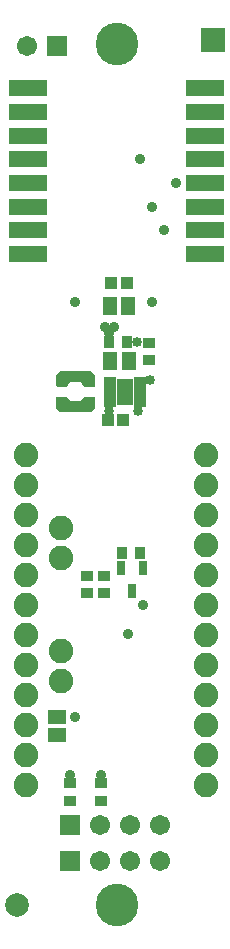
<source format=gts>
G04 Layer_Color=8388736*
%FSLAX24Y24*%
%MOIN*%
G70*
G01*
G75*
%ADD35C,0.0787*%
%ADD36R,0.0415X0.0336*%
%ADD37R,0.0787X0.0787*%
%ADD38R,0.1261X0.0552*%
%ADD39R,0.0474X0.0631*%
%ADD40R,0.0434X0.0415*%
%ADD41R,0.0631X0.0474*%
%ADD42R,0.0880X0.0330*%
%ADD43R,0.0316X0.0513*%
%ADD44R,0.0336X0.0415*%
%ADD45R,0.0395X0.0190*%
%ADD46R,0.0552X0.0867*%
%ADD47C,0.0820*%
%ADD48R,0.0671X0.0671*%
%ADD49C,0.0671*%
%ADD50C,0.1419*%
%ADD51C,0.0237*%
%ADD52C,0.0356*%
%ADD53C,0.0336*%
G36*
X3377Y17917D02*
X3382Y17916D01*
X3387Y17914D01*
X3392Y17912D01*
X3396Y17909D01*
X3400Y17906D01*
X3404Y17902D01*
X3407Y17897D01*
X3409Y17893D01*
X3411Y17888D01*
X3412Y17882D01*
X3412Y17877D01*
Y17527D01*
X3412Y17522D01*
X3411Y17517D01*
X3409Y17512D01*
X3407Y17507D01*
X3404Y17503D01*
X3400Y17499D01*
X3300Y17399D01*
X3296Y17395D01*
X3292Y17393D01*
X3287Y17390D01*
X3282Y17389D01*
X3277Y17388D01*
X3272Y17387D01*
X2272D01*
X2267Y17388D01*
X2261Y17389D01*
X2256Y17390D01*
X2252Y17393D01*
X2247Y17395D01*
X2243Y17399D01*
X2143Y17499D01*
X2140Y17503D01*
X2137Y17507D01*
X2135Y17512D01*
X2133Y17517D01*
X2132Y17522D01*
X2132Y17527D01*
Y17877D01*
X2132Y17882D01*
X2133Y17888D01*
X2135Y17893D01*
X2137Y17897D01*
X2140Y17902D01*
X2143Y17906D01*
X2147Y17909D01*
X2152Y17912D01*
X2156Y17914D01*
X2161Y17916D01*
X2167Y17917D01*
X2172Y17917D01*
X2447D01*
X2449Y17917D01*
X2450Y17917D01*
X2451Y17917D01*
X2452Y17917D01*
X2454Y17917D01*
X2456Y17916D01*
X2456Y17916D01*
X2457Y17916D01*
X2459Y17915D01*
X2461Y17915D01*
X2461Y17915D01*
X2462Y17914D01*
X2464Y17913D01*
X2465Y17913D01*
X2466Y17912D01*
X2467Y17912D01*
X2468Y17911D01*
X2470Y17910D01*
X2471Y17909D01*
X2471Y17909D01*
X2473Y17908D01*
X2474Y17907D01*
X2475Y17906D01*
X2475Y17906D01*
X2476Y17904D01*
X2478Y17903D01*
X2591Y17767D01*
X2953D01*
X3066Y17903D01*
X3067Y17904D01*
X3068Y17906D01*
X3069Y17906D01*
X3070Y17907D01*
X3071Y17908D01*
X3072Y17909D01*
X3073Y17909D01*
X3074Y17910D01*
X3075Y17911D01*
X3077Y17912D01*
X3077Y17912D01*
X3078Y17913D01*
X3080Y17913D01*
X3081Y17914D01*
X3082Y17915D01*
X3083Y17915D01*
X3085Y17915D01*
X3086Y17916D01*
X3087Y17916D01*
X3088Y17916D01*
X3090Y17917D01*
X3092Y17917D01*
X3092Y17917D01*
X3093Y17917D01*
X3095Y17917D01*
X3097Y17917D01*
X3372D01*
X3377Y17917D01*
D02*
G37*
G36*
X3277Y18767D02*
X3282Y18766D01*
X3287Y18764D01*
X3292Y18762D01*
X3296Y18759D01*
X3300Y18756D01*
X3400Y18656D01*
X3404Y18652D01*
X3407Y18647D01*
X3409Y18643D01*
X3411Y18638D01*
X3412Y18632D01*
X3412Y18627D01*
Y18277D01*
X3412Y18272D01*
X3411Y18267D01*
X3409Y18262D01*
X3407Y18257D01*
X3404Y18253D01*
X3400Y18249D01*
X3396Y18245D01*
X3392Y18243D01*
X3387Y18240D01*
X3382Y18239D01*
X3377Y18238D01*
X3372Y18237D01*
X3097D01*
X3095Y18237D01*
X3093Y18237D01*
X3092Y18237D01*
X3092Y18238D01*
X3090Y18238D01*
X3088Y18238D01*
X3087Y18238D01*
X3086Y18239D01*
X3085Y18239D01*
X3083Y18240D01*
X3082Y18240D01*
X3081Y18240D01*
X3080Y18241D01*
X3078Y18242D01*
X3077Y18242D01*
X3077Y18243D01*
X3075Y18244D01*
X3074Y18244D01*
X3073Y18245D01*
X3072Y18245D01*
X3071Y18247D01*
X3070Y18248D01*
X3069Y18248D01*
X3068Y18249D01*
X3067Y18250D01*
X3066Y18252D01*
X2953Y18387D01*
X2591D01*
X2478Y18252D01*
X2476Y18250D01*
X2475Y18249D01*
X2475Y18248D01*
X2474Y18248D01*
X2473Y18247D01*
X2471Y18245D01*
X2471Y18245D01*
X2470Y18244D01*
X2468Y18244D01*
X2467Y18243D01*
X2466Y18242D01*
X2465Y18242D01*
X2464Y18241D01*
X2462Y18240D01*
X2461Y18240D01*
X2461Y18240D01*
X2459Y18239D01*
X2457Y18239D01*
X2456Y18238D01*
X2456Y18238D01*
X2454Y18238D01*
X2452Y18238D01*
X2451Y18237D01*
X2450Y18237D01*
X2449Y18237D01*
X2447Y18237D01*
X2172D01*
X2167Y18238D01*
X2161Y18239D01*
X2156Y18240D01*
X2152Y18243D01*
X2147Y18245D01*
X2143Y18249D01*
X2140Y18253D01*
X2137Y18257D01*
X2135Y18262D01*
X2133Y18267D01*
X2132Y18272D01*
X2132Y18277D01*
Y18627D01*
X2132Y18632D01*
X2133Y18638D01*
X2135Y18643D01*
X2137Y18647D01*
X2140Y18652D01*
X2143Y18656D01*
X2243Y18756D01*
X2247Y18759D01*
X2252Y18762D01*
X2256Y18764D01*
X2261Y18766D01*
X2267Y18767D01*
X2272Y18767D01*
X3272D01*
X3277Y18767D01*
D02*
G37*
D35*
X827Y984D02*
D03*
D36*
X2598Y5020D02*
D03*
Y4429D02*
D03*
X5213Y19711D02*
D03*
Y19121D02*
D03*
X3701Y11358D02*
D03*
Y11949D02*
D03*
X3150Y11949D02*
D03*
Y11358D02*
D03*
X3622Y5020D02*
D03*
Y4429D02*
D03*
D37*
X7362Y29803D02*
D03*
D38*
X1181Y22677D02*
D03*
Y23465D02*
D03*
Y24252D02*
D03*
Y25039D02*
D03*
Y25827D02*
D03*
Y26614D02*
D03*
Y27402D02*
D03*
Y28189D02*
D03*
X7087D02*
D03*
Y27402D02*
D03*
Y26614D02*
D03*
Y25827D02*
D03*
Y22677D02*
D03*
Y23465D02*
D03*
Y24252D02*
D03*
Y25039D02*
D03*
D39*
X3907Y20945D02*
D03*
X4518D02*
D03*
X3923Y19101D02*
D03*
X4534D02*
D03*
D40*
X3957Y21693D02*
D03*
X4469D02*
D03*
X3855Y17132D02*
D03*
X4366D02*
D03*
D41*
X2165Y7234D02*
D03*
Y6624D02*
D03*
D42*
X2772Y18577D02*
D03*
Y17577D02*
D03*
D43*
X4646Y11427D02*
D03*
X4272Y12195D02*
D03*
X5020D02*
D03*
D44*
X3894Y19731D02*
D03*
X4484D02*
D03*
X4311Y12717D02*
D03*
X4902D02*
D03*
D45*
X3917Y18071D02*
D03*
Y17677D02*
D03*
Y17874D02*
D03*
Y18268D02*
D03*
Y18465D02*
D03*
X4902D02*
D03*
Y18268D02*
D03*
Y17874D02*
D03*
Y17677D02*
D03*
Y18071D02*
D03*
D46*
X4409D02*
D03*
D47*
X7126Y15984D02*
D03*
Y14984D02*
D03*
Y13984D02*
D03*
Y12984D02*
D03*
Y11984D02*
D03*
Y10984D02*
D03*
Y9984D02*
D03*
Y8984D02*
D03*
Y7984D02*
D03*
Y6984D02*
D03*
Y5984D02*
D03*
Y4984D02*
D03*
X1126D02*
D03*
Y5984D02*
D03*
Y6984D02*
D03*
Y7984D02*
D03*
Y8984D02*
D03*
Y9984D02*
D03*
Y10984D02*
D03*
Y11984D02*
D03*
Y12984D02*
D03*
Y13984D02*
D03*
Y14984D02*
D03*
Y15984D02*
D03*
X2276Y13534D02*
D03*
Y12534D02*
D03*
Y9434D02*
D03*
Y8434D02*
D03*
D48*
X2598Y2441D02*
D03*
X2165Y29606D02*
D03*
X2598Y3622D02*
D03*
D49*
X3598Y2441D02*
D03*
X4598D02*
D03*
X5598D02*
D03*
X1165Y29606D02*
D03*
X3598Y3622D02*
D03*
X4598D02*
D03*
X5598D02*
D03*
D50*
X4134Y965D02*
D03*
Y29665D02*
D03*
D51*
X4547Y18366D02*
D03*
Y17776D02*
D03*
X4272D02*
D03*
Y18366D02*
D03*
X4409Y18071D02*
D03*
D52*
X2756Y21063D02*
D03*
X5315D02*
D03*
X3898Y20039D02*
D03*
X4055Y20236D02*
D03*
X3740D02*
D03*
X2746Y7234D02*
D03*
X3622Y5315D02*
D03*
X2598D02*
D03*
X5709Y23465D02*
D03*
X5315Y24252D02*
D03*
X6102Y25039D02*
D03*
X4921Y25827D02*
D03*
X4528Y10000D02*
D03*
X5020Y10984D02*
D03*
D53*
X4819Y19731D02*
D03*
X5236Y18465D02*
D03*
X4858Y17447D02*
D03*
X3874D02*
D03*
M02*

</source>
